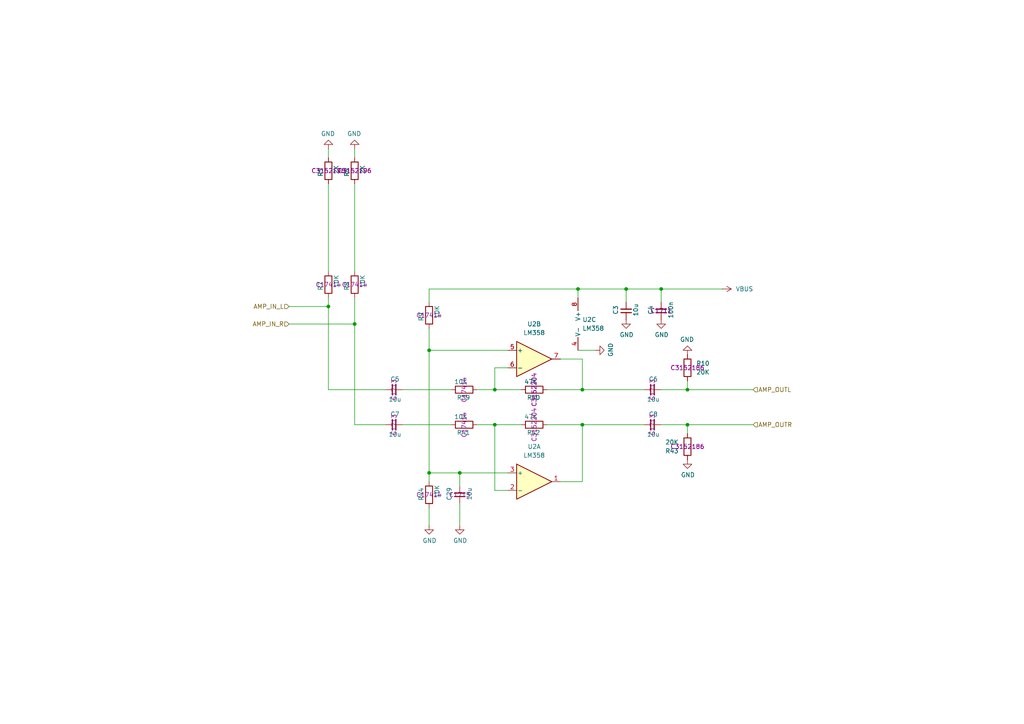
<source format=kicad_sch>
(kicad_sch (version 20250114) (generator "eeschema") (generator_version "9.0")
  (paper "A4")
  (title_block (title "MiniFRANK RM1") (date "2025-04-07") (rev "${VERSION}") (company "Mikhail Matveev") (comment 1 "https://github.com/xtremespb/frank"))
  (lib_symbols
    (symbol "Amplifier_Operational:LM358" (pin_names (offset 0.127))
      (property "Reference" "U" (at 0 5.08 0))
      (property "Value" "LM358" (at 0 -5.08 0))
      (symbol "LM358_1_1"
        (polyline (pts (xy -5.08 5.08) (xy 5.08 0) (xy -5.08 -5.08) (xy -5.08 5.08)) (stroke (width 0.254)) (fill (type background)))
        (pin input line (at -7.62 2.54 0) (length 2.54) (name "+") (number "3"))
        (pin input line (at -7.62 -2.54 0) (length 2.54) (name "-") (number "2"))
        (pin output line (at 7.62 0 180) (length 2.54) (name "~") (number "1"))
      )
      (symbol "LM358_2_1"
        (polyline (pts (xy -5.08 5.08) (xy 5.08 0) (xy -5.08 -5.08) (xy -5.08 5.08)) (stroke (width 0.254)) (fill (type background)))
        (pin input line (at -7.62 2.54 0) (length 2.54) (name "+") (number "5"))
        (pin input line (at -7.62 -2.54 0) (length 2.54) (name "-") (number "6"))
        (pin output line (at 7.62 0 180) (length 2.54) (name "~") (number "7"))
      )
      (symbol "LM358_3_1"
        (pin power_in line (at -2.54 7.62 270) (length 3.81) (name "V+") (number "8"))
        (pin power_in line (at -2.54 -7.62 90) (length 3.81) (name "V-") (number "4"))
      )
    )
    (symbol "Device:C_Small" (pin_numbers (hide yes)) (pin_names (offset 0.254) (hide yes))
      (property "Reference" "C" (at 0.254 1.778 0))
      (property "Value" "C_Small" (at 0.254 -2.032 0))
      (symbol "C_Small_0_1"
        (polyline (pts (xy -1.524 0.508) (xy 1.524 0.508)) (stroke (width 0.3048)))
        (polyline (pts (xy -1.524 -0.508) (xy 1.524 -0.508)) (stroke (width 0.3302)))
      )
      (symbol "C_Small_1_1"
        (pin passive line (at 0 2.54 270) (length 2.032) (name "~") (number "1"))
        (pin passive line (at 0 -2.54 90) (length 2.032) (name "~") (number "2"))
      )
    )
    (symbol "Device:R" (pin_numbers (hide yes)) (pin_names (offset 0))
      (property "Reference" "R" (at 2.032 0 90))
      (property "Value" "R" (at 0 0 90))
      (symbol "R_0_1"
        (rectangle (start -1.016 -2.54) (end 1.016 2.54) (stroke (width 0.254)))
      )
      (symbol "R_1_1"
        (pin passive line (at 0 3.81 270) (length 1.27) (name "~") (number "1"))
        (pin passive line (at 0 -3.81 90) (length 1.27) (name "~") (number "2"))
      )
    )
    (symbol "GND_1" (power) (pin_numbers (hide yes)) (pin_names (offset 0) (hide yes))
      (property "Value" "GND" (at 0 -3.81 0))
      (symbol "GND_1_0_1"
        (polyline (pts (xy 0 0) (xy 0 -1.27) (xy 1.27 -1.27) (xy 0 -2.54) (xy -1.27 -1.27) (xy 0 -1.27)))
      )
      (symbol "GND_1_1_1"
        (pin power_in line (at 0 0 270) (length 0) (name "~") (number "1"))
      )
    )
    (symbol "power:VBUS" (power) (pin_numbers (hide yes)) (pin_names (offset 0) (hide yes))
      (property "Value" "VBUS" (at 0 3.556 0))
      (symbol "VBUS_0_1"
        (polyline (pts (xy -0.762 1.27) (xy 0 2.54)))
        (polyline (pts (xy 0 2.54) (xy 0.762 1.27)))
        (polyline (pts (xy 0 0) (xy 0 2.54)))
      )
      (symbol "VBUS_1_1"
        (pin power_in line (at 0 0 90) (length 0) (name "~") (number "1"))
      )
    )
  )
  (junction (at 168.91 123.19))
  (junction (at 181.61 83.82))
  (junction (at 167.64 83.82))
  (junction (at 143.51 123.19))
  (junction (at 199.39 123.19))
  (junction (at 95.25 88.9))
  (junction (at 191.77 83.82))
  (junction (at 124.46 137.16))
  (junction (at 143.51 113.03))
  (junction (at 102.87 93.98))
  (junction (at 133.35 137.16))
  (junction (at 124.46 101.6))
  (junction (at 199.39 113.03))
  (junction (at 168.91 113.03))
  (wire (pts (xy 147.32 142.24) (xy 143.51 142.24)))
  (wire (pts (xy 102.87 123.19) (xy 111.76 123.19)))
  (wire (pts (xy 95.25 86.36) (xy 95.25 88.9)))
  (wire (pts (xy 167.64 83.82) (xy 181.61 83.82)))
  (wire (pts (xy 199.39 123.19) (xy 218.44 123.19)))
  (wire (pts (xy 143.51 106.68) (xy 143.51 113.03)))
  (wire (pts (xy 199.39 113.03) (xy 218.44 113.03)))
  (wire (pts (xy 138.43 113.03) (xy 143.51 113.03)))
  (wire (pts (xy 102.87 93.98) (xy 102.87 123.19)))
  (wire (pts (xy 158.75 123.19) (xy 168.91 123.19)))
  (wire (pts (xy 191.77 113.03) (xy 199.39 113.03)))
  (wire (pts (xy 138.43 123.19) (xy 143.51 123.19)))
  (wire (pts (xy 168.91 104.14) (xy 168.91 113.03)))
  (wire (pts (xy 83.82 88.9) (xy 95.25 88.9)))
  (wire (pts (xy 181.61 83.82) (xy 181.61 87.63)))
  (wire (pts (xy 102.87 43.18) (xy 102.87 45.72)))
  (wire (pts (xy 191.77 83.82) (xy 209.55 83.82)))
  (wire (pts (xy 167.64 101.6) (xy 172.72 101.6)))
  (wire (pts (xy 133.35 152.4) (xy 133.35 146.05)))
  (wire (pts (xy 124.46 83.82) (xy 167.64 83.82)))
  (wire (pts (xy 116.84 113.03) (xy 130.81 113.03)))
  (wire (pts (xy 124.46 101.6) (xy 124.46 137.16)))
  (wire (pts (xy 168.91 113.03) (xy 186.69 113.03)))
  (wire (pts (xy 181.61 83.82) (xy 191.77 83.82)))
  (wire (pts (xy 168.91 123.19) (xy 186.69 123.19)))
  (wire (pts (xy 143.51 113.03) (xy 151.13 113.03)))
  (wire (pts (xy 95.25 113.03) (xy 111.76 113.03)))
  (wire (pts (xy 116.84 123.19) (xy 130.81 123.19)))
  (wire (pts (xy 143.51 123.19) (xy 151.13 123.19)))
  (wire (pts (xy 124.46 87.63) (xy 124.46 83.82)))
  (wire (pts (xy 191.77 83.82) (xy 191.77 87.63)))
  (wire (pts (xy 133.35 137.16) (xy 133.35 140.97)))
  (wire (pts (xy 124.46 101.6) (xy 147.32 101.6)))
  (wire (pts (xy 162.56 104.14) (xy 168.91 104.14)))
  (wire (pts (xy 199.39 125.73) (xy 199.39 123.19)))
  (wire (pts (xy 95.25 88.9) (xy 95.25 113.03)))
  (wire (pts (xy 143.51 142.24) (xy 143.51 123.19)))
  (wire (pts (xy 167.64 83.82) (xy 167.64 86.36)))
  (wire (pts (xy 124.46 137.16) (xy 133.35 137.16)))
  (wire (pts (xy 158.75 113.03) (xy 168.91 113.03)))
  (wire (pts (xy 102.87 53.34) (xy 102.87 78.74)))
  (wire (pts (xy 124.46 137.16) (xy 124.46 139.7)))
  (wire (pts (xy 124.46 95.25) (xy 124.46 101.6)))
  (wire (pts (xy 168.91 123.19) (xy 168.91 139.7)))
  (wire (pts (xy 102.87 86.36) (xy 102.87 93.98)))
  (wire (pts (xy 95.25 43.18) (xy 95.25 45.72)))
  (wire (pts (xy 191.77 123.19) (xy 199.39 123.19)))
  (wire (pts (xy 83.82 93.98) (xy 102.87 93.98)))
  (wire (pts (xy 162.56 139.7) (xy 168.91 139.7)))
  (wire (pts (xy 133.35 137.16) (xy 147.32 137.16)))
  (wire (pts (xy 199.39 110.49) (xy 199.39 113.03)))
  (wire (pts (xy 124.46 152.4) (xy 124.46 147.32)))
  (wire (pts (xy 95.25 53.34) (xy 95.25 78.74)))
  (wire (pts (xy 143.51 106.68) (xy 147.32 106.68)))
  (hierarchical_label "AMP_IN_L" (shape input) (at 83.82 88.9 180))
  (hierarchical_label "AMP_OUTR" (shape input) (at 218.44 123.19 0))
  (hierarchical_label "AMP_IN_R" (shape input) (at 83.82 93.98 180))
  (hierarchical_label "AMP_OUTL" (shape input) (at 218.44 113.03 0))
  (symbol (lib_id "Device:R") (at 199.39 129.54 180) (unit 1)
    (property "Reference" "R43" (at 196.85 130.8101 0) (effects (justify left)))
    (property "Value" "20K" (at 196.85 128.2701 0) (effects (justify left)))
    (property "Footprint" "FRANK:Resistor (0805)" (effects (hide yes)))
    (property "Datasheet" "https://www.vishay.com/docs/28952/mcs0402at-mct0603at-mcu0805at-mca1206at.pdf" (effects (hide yes)))
    (property "AliExpress" "https://www.aliexpress.com/item/1005005945735199.html" (effects (hide yes)))
    (property "LCSC" "C3152186" (at 199.39 129.54 0))
  )
  (symbol (lib_id "Device:C_Small") (at 189.23 113.03 90) (unit 1)
    (property "Reference" "C6" (at 189.484 109.982 90))
    (property "Value" "10u" (at 189.484 115.824 90))
    (property "Footprint" "FRANK:Capacitor (0805)" (effects (hide yes)))
    (property "Datasheet" "https://eu.mouser.com/datasheet/2/40/KGM_X7R-3223212.pdf" (effects (hide yes)))
    (property "Description" "Unpolarized capacitor, small symbol" (effects (hide yes)))
    (property "AliExpress" "https://www.aliexpress.com/item/33008008276.html" (effects (hide yes)))
    (property "LCSC" "C1713" (at 189.23 113.03 0))
  )
  (symbol (lib_name "GND_1") (lib_id "power:GND") (at 172.72 101.6 90) (unit 1)
    (property "Reference" "#PWR023" (effects (hide yes)))
    (property "Value" "GND" (at 177.1142 101.473 0))
    (property "Description" "Power symbol creates a global label with name \"GND\" , ground" (effects (hide yes)))
  )
  (symbol (lib_name "GND_1") (lib_id "power:GND") (at 124.46 152.4 0) (unit 1)
    (property "Reference" "#PWR069" (effects (hide yes)))
    (property "Value" "GND" (at 124.587 156.7942 0))
    (property "Description" "Power symbol creates a global label with name \"GND\" , ground" (effects (hide yes)))
  )
  (symbol (lib_id "Device:R") (at 102.87 82.55 180) (unit 1)
    (property "Reference" "R8" (at 100.584 84.328 90) (effects (justify right)))
    (property "Value" "10K" (at 105.156 83.566 90) (effects (justify right)))
    (property "Footprint" "FRANK:Resistor (0805)" (effects (hide yes)))
    (property "Datasheet" "https://www.vishay.com/docs/28952/mcs0402at-mct0603at-mcu0805at-mca1206at.pdf" (effects (hide yes)))
    (property "AliExpress" "https://www.aliexpress.com/item/1005005945735199.html" (effects (hide yes)))
    (property "LCSC" "C17414" (at 102.87 82.55 0))
  )
  (symbol (lib_name "GND_1") (lib_id "power:GND") (at 95.25 43.18 180) (unit 1)
    (property "Reference" "#PWR018" (effects (hide yes)))
    (property "Value" "GND" (at 95.123 38.7858 0))
    (property "Description" "Power symbol creates a global label with name \"GND\" , ground" (effects (hide yes)))
  )
  (symbol (lib_name "GND_1") (lib_id "power:GND") (at 102.87 43.18 180) (unit 1)
    (property "Reference" "#PWR019" (effects (hide yes)))
    (property "Value" "GND" (at 102.743 38.7858 0))
    (property "Description" "Power symbol creates a global label with name \"GND\" , ground" (effects (hide yes)))
  )
  (symbol (lib_id "Device:R") (at 134.62 113.03 270) (unit 1)
    (property "Reference" "R39" (at 136.398 115.316 90) (effects (justify right)))
    (property "Value" "10K" (at 135.636 110.744 90) (effects (justify right)))
    (property "Footprint" "FRANK:Resistor (0805)" (effects (hide yes)))
    (property "Datasheet" "https://www.vishay.com/docs/28952/mcs0402at-mct0603at-mcu0805at-mca1206at.pdf" (effects (hide yes)))
    (property "AliExpress" "https://www.aliexpress.com/item/1005005945735199.html" (effects (hide yes)))
    (property "LCSC" "C17414" (at 134.62 113.03 0))
  )
  (symbol (lib_id "Device:R") (at 95.25 49.53 180) (unit 1)
    (property "Reference" "R5" (at 92.964 51.308 90) (effects (justify right)))
    (property "Value" "2K" (at 97.536 50.546 90) (effects (justify right)))
    (property "Footprint" "FRANK:Resistor (0805)" (effects (hide yes)))
    (property "Datasheet" "https://www.vishay.com/docs/28952/mcs0402at-mct0603at-mcu0805at-mca1206at.pdf" (effects (hide yes)))
    (property "AliExpress" "https://www.aliexpress.com/item/1005005945735199.html" (effects (hide yes)))
    (property "LCSC" "C3152196" (at 95.25 49.53 0))
  )
  (symbol (lib_id "Device:R") (at 154.94 113.03 270) (unit 1)
    (property "Reference" "R40" (at 156.718 115.316 90) (effects (justify right)))
    (property "Value" "47K" (at 155.956 110.744 90) (effects (justify right)))
    (property "Footprint" "FRANK:Resistor (0805)" (effects (hide yes)))
    (property "Datasheet" "https://www.vishay.com/docs/28952/mcs0402at-mct0603at-mcu0805at-mca1206at.pdf" (effects (hide yes)))
    (property "AliExpress" "https://www.aliexpress.com/item/1005005945735199.html" (effects (hide yes)))
    (property "LCSC" "C3152204" (at 154.94 113.03 0))
  )
  (symbol (lib_id "Amplifier_Operational:LM358") (at 170.18 93.98 0) (unit 3)
    (property "Reference" "U2" (at 168.91 92.7099 0) (effects (justify left)))
    (property "Value" "LM358" (at 168.91 95.2499 0) (effects (justify left)))
    (property "Footprint" "FRANK:SO-8" (effects (hide yes)))
    (property "Datasheet" "http://www.ti.com/lit/ds/symlink/lm2904-n.pdf" (effects (hide yes)))
    (property "Description" "Low-Power, Dual Operational Amplifiers, DIP-8/SOIC-8/TO-99-8" (effects (hide yes)))
    (property "AliExpress" "https://www.aliexpress.com/item/1005006785079218.html" (effects (hide yes)))
  )
  (symbol (lib_id "Device:C_Small") (at 114.3 123.19 90) (unit 1)
    (property "Reference" "C7" (at 114.554 120.142 90))
    (property "Value" "10u" (at 114.554 125.984 90))
    (property "Footprint" "FRANK:Capacitor (0805)" (effects (hide yes)))
    (property "Datasheet" "https://eu.mouser.com/datasheet/2/40/KGM_X7R-3223212.pdf" (effects (hide yes)))
    (property "Description" "Unpolarized capacitor, small symbol" (effects (hide yes)))
    (property "AliExpress" "https://www.aliexpress.com/item/33008008276.html" (effects (hide yes)))
    (property "LCSC" "C1713" (at 114.3 123.19 0))
  )
  (symbol (lib_id "Amplifier_Operational:LM358") (at 154.94 104.14 0) (unit 2)
    (property "Reference" "U2" (at 154.94 93.98 0))
    (property "Value" "LM358" (at 154.94 96.52 0))
    (property "Footprint" "FRANK:SO-8" (effects (hide yes)))
    (property "Datasheet" "http://www.ti.com/lit/ds/symlink/lm2904-n.pdf" (effects (hide yes)))
    (property "Description" "Low-Power, Dual Operational Amplifiers, DIP-8/SOIC-8/TO-99-8" (effects (hide yes)))
    (property "AliExpress" "https://www.aliexpress.com/item/1005006785079218.html" (effects (hide yes)))
  )
  (symbol (lib_id "Device:C_Small") (at 189.23 123.19 90) (unit 1)
    (property "Reference" "C8" (at 189.484 120.142 90))
    (property "Value" "10u" (at 189.484 125.984 90))
    (property "Footprint" "FRANK:Capacitor (0805)" (effects (hide yes)))
    (property "Datasheet" "https://eu.mouser.com/datasheet/2/40/KGM_X7R-3223212.pdf" (effects (hide yes)))
    (property "Description" "Unpolarized capacitor, small symbol" (effects (hide yes)))
    (property "AliExpress" "https://www.aliexpress.com/item/33008008276.html" (effects (hide yes)))
    (property "LCSC" "C1713" (at 189.23 123.19 0))
  )
  (symbol (lib_id "Device:C_Small") (at 133.35 143.51 180) (unit 1)
    (property "Reference" "C29" (at 130.302 143.256 90))
    (property "Value" "10u" (at 136.144 143.256 90))
    (property "Footprint" "FRANK:Capacitor (0805)" (effects (hide yes)))
    (property "Datasheet" "https://eu.mouser.com/datasheet/2/40/KGM_X7R-3223212.pdf" (effects (hide yes)))
    (property "Description" "Unpolarized capacitor, small symbol" (effects (hide yes)))
    (property "AliExpress" "https://www.aliexpress.com/item/33008008276.html" (effects (hide yes)))
    (property "LCSC" "C1713" (at 133.35 143.51 0))
  )
  (symbol (lib_name "GND_1") (lib_id "power:GND") (at 199.39 133.35 0) (unit 1)
    (property "Reference" "#PWR068" (effects (hide yes)))
    (property "Value" "GND" (at 199.517 137.7442 0))
    (property "Description" "Power symbol creates a global label with name \"GND\" , ground" (effects (hide yes)))
  )
  (symbol (lib_id "Device:R") (at 124.46 143.51 180) (unit 1)
    (property "Reference" "R44" (at 122.174 145.288 90) (effects (justify right)))
    (property "Value" "10K" (at 126.746 144.526 90) (effects (justify right)))
    (property "Footprint" "FRANK:Resistor (0805)" (effects (hide yes)))
    (property "Datasheet" "https://www.vishay.com/docs/28952/mcs0402at-mct0603at-mcu0805at-mca1206at.pdf" (effects (hide yes)))
    (property "AliExpress" "https://www.aliexpress.com/item/1005005945735199.html" (effects (hide yes)))
    (property "LCSC" "C17414" (at 124.46 143.51 0))
  )
  (symbol (lib_name "GND_1") (lib_id "power:GND") (at 199.39 102.87 180) (unit 1)
    (property "Reference" "#PWR024" (effects (hide yes)))
    (property "Value" "GND" (at 199.263 98.4758 0))
    (property "Description" "Power symbol creates a global label with name \"GND\" , ground" (effects (hide yes)))
  )
  (symbol (lib_id "Device:R") (at 154.94 123.19 270) (unit 1)
    (property "Reference" "R42" (at 156.718 125.476 90) (effects (justify right)))
    (property "Value" "47K" (at 155.956 120.904 90) (effects (justify right)))
    (property "Footprint" "FRANK:Resistor (0805)" (effects (hide yes)))
    (property "Datasheet" "https://www.vishay.com/docs/28952/mcs0402at-mct0603at-mcu0805at-mca1206at.pdf" (effects (hide yes)))
    (property "AliExpress" "https://www.aliexpress.com/item/1005005945735199.html" (effects (hide yes)))
    (property "LCSC" "C3152204" (at 154.94 123.19 0))
  )
  (symbol (lib_name "GND_1") (lib_id "power:GND") (at 133.35 152.4 0) (unit 1)
    (property "Reference" "#PWR070" (effects (hide yes)))
    (property "Value" "GND" (at 133.477 156.7942 0))
    (property "Description" "Power symbol creates a global label with name \"GND\" , ground" (effects (hide yes)))
  )
  (symbol (lib_id "Device:R") (at 134.62 123.19 270) (unit 1)
    (property "Reference" "R41" (at 136.398 125.476 90) (effects (justify right)))
    (property "Value" "10K" (at 135.636 120.904 90) (effects (justify right)))
    (property "Footprint" "FRANK:Resistor (0805)" (effects (hide yes)))
    (property "Datasheet" "https://www.vishay.com/docs/28952/mcs0402at-mct0603at-mcu0805at-mca1206at.pdf" (effects (hide yes)))
    (property "AliExpress" "https://www.aliexpress.com/item/1005005945735199.html" (effects (hide yes)))
    (property "LCSC" "C17414" (at 134.62 123.19 0))
  )
  (symbol (lib_id "Amplifier_Operational:LM358") (at 154.94 139.7 0) (unit 1)
    (property "Reference" "U2" (at 154.94 129.54 0))
    (property "Value" "LM358" (at 154.94 132.08 0))
    (property "Footprint" "FRANK:SO-8" (effects (hide yes)))
    (property "Datasheet" "http://www.ti.com/lit/ds/symlink/lm2904-n.pdf" (effects (hide yes)))
    (property "Description" "Low-Power, Dual Operational Amplifiers, DIP-8/SOIC-8/TO-99-8" (effects (hide yes)))
    (property "AliExpress" "https://www.aliexpress.com/item/1005006785079218.html" (effects (hide yes)))
  )
  (symbol (lib_name "GND_1") (lib_id "power:GND") (at 181.61 92.71 0) (unit 1)
    (property "Reference" "#PWR021" (effects (hide yes)))
    (property "Value" "GND" (at 181.737 97.1042 0))
    (property "Description" "Power symbol creates a global label with name \"GND\" , ground" (effects (hide yes)))
  )
  (symbol (lib_id "Device:R") (at 199.39 106.68 0) (unit 1)
    (property "Reference" "R10" (at 201.93 105.4099 0) (effects (justify left)))
    (property "Value" "20K" (at 201.93 107.9499 0) (effects (justify left)))
    (property "Footprint" "FRANK:Resistor (0805)" (effects (hide yes)))
    (property "Datasheet" "https://www.vishay.com/docs/28952/mcs0402at-mct0603at-mcu0805at-mca1206at.pdf" (effects (hide yes)))
    (property "AliExpress" "https://www.aliexpress.com/item/1005005945735199.html" (effects (hide yes)))
    (property "LCSC" "C3152186" (at 199.39 106.68 0))
  )
  (symbol (lib_id "Device:R") (at 95.25 82.55 180) (unit 1)
    (property "Reference" "R7" (at 92.964 84.328 90) (effects (justify right)))
    (property "Value" "10K" (at 97.536 83.566 90) (effects (justify right)))
    (property "Footprint" "FRANK:Resistor (0805)" (effects (hide yes)))
    (property "Datasheet" "https://www.vishay.com/docs/28952/mcs0402at-mct0603at-mcu0805at-mca1206at.pdf" (effects (hide yes)))
    (property "AliExpress" "https://www.aliexpress.com/item/1005005945735199.html" (effects (hide yes)))
    (property "LCSC" "C17414" (at 95.25 82.55 0))
  )
  (symbol (lib_id "power:VBUS") (at 209.55 83.82 270) (unit 1)
    (property "Reference" "#PWR020" (effects (hide yes)))
    (property "Value" "VBUS" (at 213.36 83.8199 90) (effects (justify left)))
    (property "Description" "Power symbol creates a global label with name \"VBUS\"" (effects (hide yes)))
  )
  (symbol (lib_id "Device:C_Small") (at 191.77 90.17 180) (unit 1)
    (property "Reference" "C4" (at 188.722 89.916 90))
    (property "Value" "100n" (at 194.564 89.916 90))
    (property "Footprint" "FRANK:Capacitor (0805)" (effects (hide yes)))
    (property "Datasheet" "https://eu.mouser.com/datasheet/2/40/KGM_X7R-3223212.pdf" (effects (hide yes)))
    (property "Description" "Unpolarized capacitor, small symbol" (effects (hide yes)))
    (property "AliExpress" "https://www.aliexpress.com/item/33008008276.html" (effects (hide yes)))
    (property "LCSC" "C1711" (at 191.77 90.17 0))
  )
  (symbol (lib_name "GND_1") (lib_id "power:GND") (at 191.77 92.71 0) (unit 1)
    (property "Reference" "#PWR022" (effects (hide yes)))
    (property "Value" "GND" (at 191.897 97.1042 0))
    (property "Description" "Power symbol creates a global label with name \"GND\" , ground" (effects (hide yes)))
  )
  (symbol (lib_id "Device:C_Small") (at 114.3 113.03 90) (unit 1)
    (property "Reference" "C5" (at 114.554 109.982 90))
    (property "Value" "10u" (at 114.554 115.824 90))
    (property "Footprint" "FRANK:Capacitor (0805)" (effects (hide yes)))
    (property "Datasheet" "https://eu.mouser.com/datasheet/2/40/KGM_X7R-3223212.pdf" (effects (hide yes)))
    (property "Description" "Unpolarized capacitor, small symbol" (effects (hide yes)))
    (property "AliExpress" "https://www.aliexpress.com/item/33008008276.html" (effects (hide yes)))
    (property "LCSC" "C1713" (at 114.3 113.03 0))
  )
  (symbol (lib_id "Device:R") (at 124.46 91.44 180) (unit 1)
    (property "Reference" "R9" (at 122.174 93.218 90) (effects (justify right)))
    (property "Value" "10K" (at 126.746 92.456 90) (effects (justify right)))
    (property "Footprint" "FRANK:Resistor (0805)" (effects (hide yes)))
    (property "Datasheet" "https://www.vishay.com/docs/28952/mcs0402at-mct0603at-mcu0805at-mca1206at.pdf" (effects (hide yes)))
    (property "AliExpress" "https://www.aliexpress.com/item/1005005945735199.html" (effects (hide yes)))
    (property "LCSC" "C17414" (at 124.46 91.44 0))
  )
  (symbol (lib_id "Device:C_Small") (at 181.61 90.17 180) (unit 1)
    (property "Reference" "C3" (at 178.562 89.916 90))
    (property "Value" "10u" (at 184.404 89.916 90))
    (property "Footprint" "FRANK:Capacitor (0805)" (effects (hide yes)))
    (property "Datasheet" "https://eu.mouser.com/datasheet/2/40/KGM_X7R-3223212.pdf" (effects (hide yes)))
    (property "Description" "Unpolarized capacitor, small symbol" (effects (hide yes)))
    (property "AliExpress" "https://www.aliexpress.com/item/33008008276.html" (effects (hide yes)))
    (property "LCSC" "C1713" (effects (hide yes)))
  )
  (symbol (lib_id "Device:R") (at 102.87 49.53 180) (unit 1)
    (property "Reference" "R6" (at 100.584 51.308 90) (effects (justify right)))
    (property "Value" "2K" (at 105.156 50.546 90) (effects (justify right)))
    (property "Footprint" "FRANK:Resistor (0805)" (effects (hide yes)))
    (property "Datasheet" "https://www.vishay.com/docs/28952/mcs0402at-mct0603at-mcu0805at-mca1206at.pdf" (effects (hide yes)))
    (property "AliExpress" "https://www.aliexpress.com/item/1005005945735199.html" (effects (hide yes)))
    (property "LCSC" "C3152196" (at 102.87 49.53 0))
  )
)
</source>
